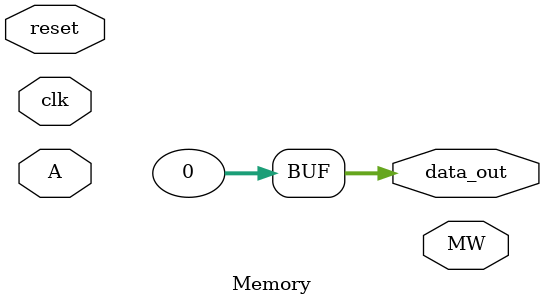
<source format=v>
module Memory(
    input clk,
	input reset,
    input A,
    //input Bus_A,
    //input Bus_B,
    //input [9:0] address_in,
    output MW,
    output reg [31:0] data_out
);

    reg [31:0] memory [1024:0];
    integer i;

    //Initialize everything to 0
    initial begin
        for(i=0; i<1023; i=i+1)
        begin
            memory[i] = 32'd0;
        end
        data_out = 32'd0;
    end

    always @ (negedge clk)
    begin
        if(!reset)
        begin
            //Do stuff
        end else begin
            //Same loop as initial begin, set everything to 0
            for(i=0; i<1023; i=i+1)
            begin
                memory[i] = 32'd0;
            end
        end
    end
endmodule
</source>
